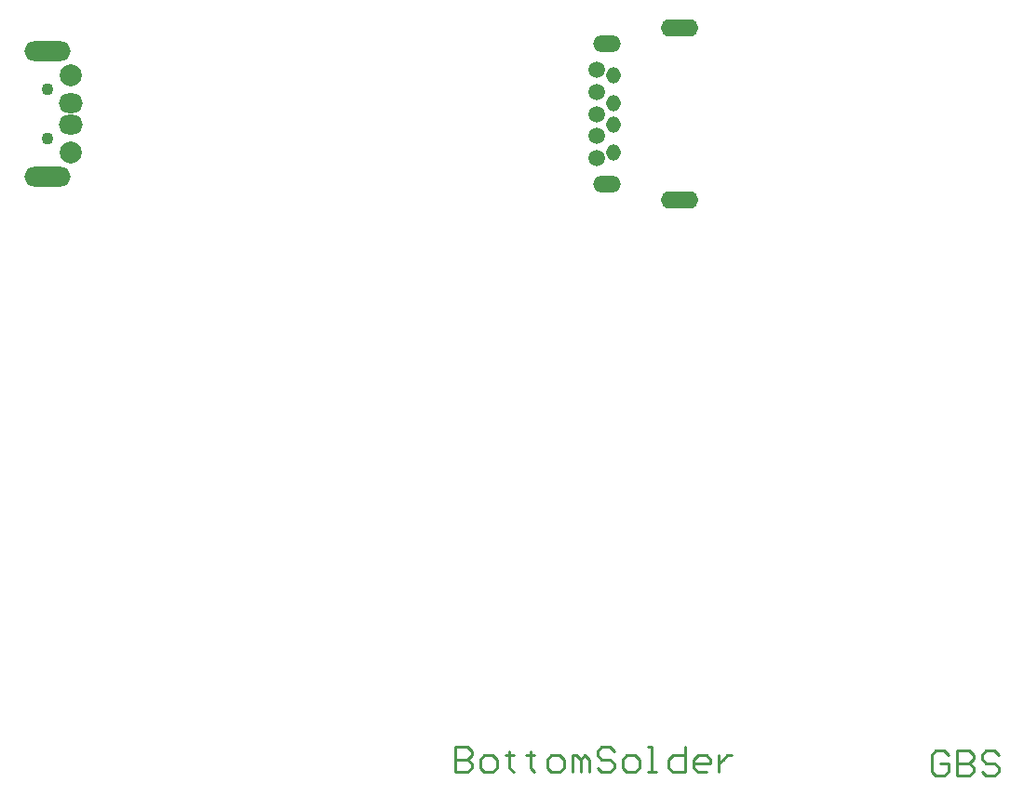
<source format=gbs>
%FSLAX44Y44*%
%MOMM*%
G71*
G01*
G75*
%ADD10O,2.0320X0.3302*%
%ADD11R,0.8000X0.8000*%
%ADD12R,0.9144X0.9144*%
%ADD13R,1.2700X0.9144*%
%ADD14R,0.5600X0.8200*%
%ADD15C,0.2540*%
%ADD16C,0.5000*%
%ADD17C,0.3000*%
%ADD18C,0.2286*%
%ADD19C,2.2000*%
%ADD20O,1.1000X1.3000*%
%ADD21C,1.3000*%
%ADD22O,2.3000X1.3000*%
%ADD23O,3.2000X1.4000*%
%ADD24C,0.9000*%
%ADD25C,1.8000*%
%ADD26O,2.0000X1.6000*%
%ADD27O,4.0000X1.6000*%
%ADD28C,0.6000*%
%ADD29C,0.2032*%
%ADD30C,0.1500*%
%ADD31C,0.5000*%
%ADD32C,0.1500*%
%ADD33C,0.1500*%
%ADD34C,0.1000*%
%ADD35C,0.1524*%
%ADD36C,0.1270*%
%ADD37O,2.2352X0.5334*%
%ADD38R,1.0032X1.0032*%
%ADD39R,1.1176X1.1176*%
%ADD40R,1.4732X1.1176*%
%ADD41R,0.7632X1.0232*%
%ADD42O,1.3032X1.5032*%
%ADD43C,1.5032*%
%ADD44O,2.5032X1.5032*%
%ADD45O,3.4032X1.6032*%
%ADD46C,1.1032*%
%ADD47C,2.0032*%
%ADD48O,2.2032X1.8032*%
%ADD49O,4.2032X1.8032*%
D18*
X3032451Y1659373D02*
X3028643Y1663182D01*
X3021025D01*
X3017216Y1659373D01*
Y1644138D01*
X3021025Y1640329D01*
X3028643D01*
X3032451Y1644138D01*
Y1651756D01*
X3024834D01*
X3040069Y1663182D02*
Y1640329D01*
X3051495D01*
X3055304Y1644138D01*
Y1647947D01*
X3051495Y1651756D01*
X3040069D01*
X3051495D01*
X3055304Y1655564D01*
Y1659373D01*
X3051495Y1663182D01*
X3040069D01*
X3078157Y1659373D02*
X3074348Y1663182D01*
X3066730D01*
X3062921Y1659373D01*
Y1655564D01*
X3066730Y1651756D01*
X3074348D01*
X3078157Y1647947D01*
Y1644138D01*
X3074348Y1640329D01*
X3066730D01*
X3062921Y1644138D01*
X2583638Y1666636D02*
Y1643784D01*
X2595065D01*
X2598874Y1647592D01*
Y1651401D01*
X2595065Y1655210D01*
X2583638D01*
X2595065D01*
X2598874Y1659019D01*
Y1662827D01*
X2595065Y1666636D01*
X2583638D01*
X2610300Y1643784D02*
X2617917D01*
X2621726Y1647592D01*
Y1655210D01*
X2617917Y1659019D01*
X2610300D01*
X2606491Y1655210D01*
Y1647592D01*
X2610300Y1643784D01*
X2633152Y1662827D02*
Y1659019D01*
X2629344D01*
X2636961D01*
X2633152D01*
Y1647592D01*
X2636961Y1643784D01*
X2652196Y1662827D02*
Y1659019D01*
X2648387D01*
X2656005D01*
X2652196D01*
Y1647592D01*
X2656005Y1643784D01*
X2671240D02*
X2678858D01*
X2682666Y1647592D01*
Y1655210D01*
X2678858Y1659019D01*
X2671240D01*
X2667431Y1655210D01*
Y1647592D01*
X2671240Y1643784D01*
X2690284D02*
Y1659019D01*
X2694093D01*
X2697902Y1655210D01*
Y1643784D01*
Y1655210D01*
X2701710Y1659019D01*
X2705519Y1655210D01*
Y1643784D01*
X2728372Y1662827D02*
X2724563Y1666636D01*
X2716945D01*
X2713137Y1662827D01*
Y1659019D01*
X2716945Y1655210D01*
X2724563D01*
X2728372Y1651401D01*
Y1647592D01*
X2724563Y1643784D01*
X2716945D01*
X2713137Y1647592D01*
X2739798Y1643784D02*
X2747415D01*
X2751224Y1647592D01*
Y1655210D01*
X2747415Y1659019D01*
X2739798D01*
X2735989Y1655210D01*
Y1647592D01*
X2739798Y1643784D01*
X2758842D02*
X2766459D01*
X2762650D01*
Y1666636D01*
X2758842D01*
X2793121D02*
Y1643784D01*
X2781694D01*
X2777886Y1647592D01*
Y1655210D01*
X2781694Y1659019D01*
X2793121D01*
X2812165Y1643784D02*
X2804547D01*
X2800738Y1647592D01*
Y1655210D01*
X2804547Y1659019D01*
X2812165D01*
X2815973Y1655210D01*
Y1651401D01*
X2800738D01*
X2823591Y1659019D02*
Y1643784D01*
Y1651401D01*
X2827400Y1655210D01*
X2831208Y1659019D01*
X2835017D01*
D42*
X2727695Y2207868D02*
D03*
X2727694Y2232868D02*
D03*
X2727695Y2252868D02*
D03*
Y2277868D02*
D03*
D43*
X2712695Y2282868D02*
D03*
Y2262868D02*
D03*
Y2242868D02*
D03*
Y2222868D02*
D03*
Y2202868D02*
D03*
D44*
X2721649Y2178782D02*
D03*
Y2306798D02*
D03*
D45*
X2787689Y2164304D02*
D03*
Y2321530D02*
D03*
D46*
X2212895Y2265368D02*
D03*
X2212896Y2220368D02*
D03*
D47*
X2233896Y2277868D02*
D03*
Y2207868D02*
D03*
D48*
Y2252868D02*
D03*
Y2232868D02*
D03*
D49*
X2212911Y2185871D02*
D03*
Y2299871D02*
D03*
M02*

</source>
